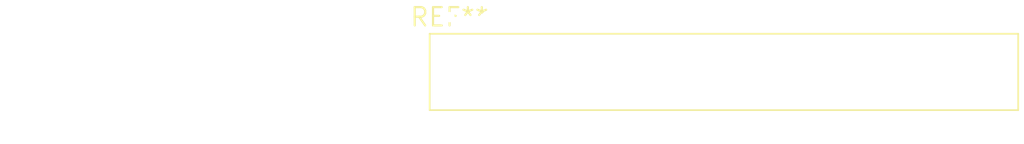
<source format=kicad_pcb>
(kicad_pcb (version 20240108) (generator pcbnew)
  (layers (0 "F.Cu" signal) (31 "B.Cu" signal) (34 "B.Paste" user) (35 "F.Paste" user) (36 "B.SilkS" user "B.Silkscreen") (37 "F.SilkS" user "F.Silkscreen") (38 "B.Mask" user) (39 "F.Mask" user) (44 "Edge.Cuts" user))
  (net 0 "")
  (footprint "Samtec_HLE-116-02-xx-DV-PE-LC_2x16_P2.54mm_Horizontal" (layer "F.Cu") (at 0 0)
    (property "Reference" "REF**")
    (property "Value" "Samtec_HLE-116-02-xx-DV-PE-LC_2x16_P2.54mm_Horizontal")
    (fp_line (start -1.38 1.16) (end 39.48 1.16) (layer "F.SilkS") (stroke (width 0.12)))
    (fp_line (start -1.38 6.46) (end -1.38 1.16) (layer "F.SilkS") (stroke (width 0.12)))
    (fp_line (start 39.48 1.16) (end 39.48 6.46) (layer "F.SilkS") (stroke (width 0.12)))
    (fp_line (start 39.48 6.46) (end -1.38 6.46) (layer "F.SilkS") (stroke (width 0.12)))
    (pad "" np_thru_hole circle (at 0 2.54) (size 1.4 1.4) (drill 1.4) (layers *.Cu *.Mask))
    (pad "" np_thru_hole circle (at 0 5.08) (size 1.4 1.4) (drill 1.4) (layers *.Cu *.Mask))
    (pad "" np_thru_hole circle (at 1.27 3.81) (size 1.19 1.19) (drill 1.19) (layers *.Cu *.Mask))
    (pad "" np_thru_hole circle (at 2.54 2.54) (size 1.4 1.4) (drill 1.4) (layers *.Cu *.Mask))
    (pad "" np_thru_hole circle (at 2.54 5.08) (size 1.4 1.4) (drill 1.4) (layers *.Cu *.Mask))
    (pad "" np_thru_hole circle (at 5.08 2.54) (size 1.4 1.4) (drill 1.4) (layers *.Cu *.Mask))
    (pad "" np_thru_hole circle (at 5.08 5.08) (size 1.4 1.4) (drill 1.4) (layers *.Cu *.Mask))
    (pad "" np_thru_hole circle (at 7.62 2.54) (size 1.4 1.4) (drill 1.4) (layers *.Cu *.Mask))
    (pad "" np_thru_hole circle (at 7.62 5.08) (size 1.4 1.4) (drill 1.4) (layers *.Cu *.Mask))
    (pad "" np_thru_hole circle (at 10.16 2.54) (size 1.4 1.4) (drill 1.4) (layers *.Cu *.Mask))
    (pad "" np_thru_hole circle (at 10.16 5.08) (size 1.4 1.4) (drill 1.4) (layers *.Cu *.Mask))
    (pad "" np_thru_hole circle (at 12.7 2.54) (size 1.4 1.4) (drill 1.4) (layers *.Cu *.Mask))
    (pad "" np_thru_hole circle (at 12.7 5.08) (size 1.4 1.4) (drill 1.4) (layers *.Cu *.Mask))
    (pad "" np_thru_hole circle (at 15.24 2.54) (size 1.4 1.4) (drill 1.4) (layers *.Cu *.Mask))
    (pad "" np_thru_hole circle (at 15.24 5.08) (size 1.4 1.4) (drill 1.4) (layers *.Cu *.Mask))
    (pad "" np_thru_hole circle (at 17.78 2.54) (size 1.4 1.4) (drill 1.4) (layers *.Cu *.Mask))
    (pad "" np_thru_hole circle (at 17.78 5.08) (size 1.4 1.4) (drill 1.4) (layers *.Cu *.Mask))
    (pad "" np_thru_hole circle (at 20.32 2.54) (size 1.4 1.4) (drill 1.4) (layers *.Cu *.Mask))
    (pad "" np_thru_hole circle (at 20.32 5.08) (size 1.4 1.4) (drill 1.4) (layers *.Cu *.Mask))
    (pad "" np_thru_hole circle (at 22.86 2.54) (size 1.4 1.4) (drill 1.4) (layers *.Cu *.Mask))
    (pad "" np_thru_hole circle (at 22.86 5.08) (size 1.4 1.4) (drill 1.4) (layers *.Cu *.Mask))
    (pad "" np_thru_hole circle (at 25.4 2.54) (size 1.4 1.4) (drill 1.4) (layers *.Cu *.Mask))
    (pad "" np_thru_hole circle (at 25.4 5.08) (size 1.4 1.4) (drill 1.4) (layers *.Cu *.Mask))
    (pad "" np_thru_hole circle (at 27.94 2.54) (size 1.4 1.4) (drill 1.4) (layers *.Cu *.Mask))
    (pad "" np_thru_hole circle (at 27.94 5.08) (size 1.4 1.4) (drill 1.4) (layers *.Cu *.Mask))
    (pad "" np_thru_hole circle (at 30.48 2.54) (size 1.4 1.4) (drill 1.4) (layers *.Cu *.Mask))
    (pad "" np_thru_hole circle (at 30.48 5.08) (size 1.4 1.4) (drill 1.4) (layers *.Cu *.Mask))
    (pad "" np_thru_hole circle (at 33.02 2.54) (size 1.4 1.4) (drill 1.4) (layers *.Cu *.Mask))
    (pad "" np_thru_hole circle (at 33.02 5.08) (size 1.4 1.4) (drill 1.4) (layers *.Cu *.Mask))
    (pad "" np_thru_hole circle (at 35.56 2.54) (size 1.4 1.4) (drill 1.4) (layers *.Cu *.Mask))
    (pad "" np_thru_hole circle (at 35.56 5.08) (size 1.4 1.4) (drill 1.4) (layers *.Cu *.Mask))
    (pad "" np_thru_hole circle (at 36.83 3.81) (size 1.19 1.19) (drill 1.19) (layers *.Cu *.Mask))
    (pad "" np_thru_hole circle (at 38.1 2.54) (size 1.4 1.4) (drill 1.4) (layers *.Cu *.Mask))
    (pad "" np_thru_hole circle (at 38.1 5.08) (size 1.4 1.4) (drill 1.4) (layers *.Cu *.Mask))
    (pad "1" thru_hole roundrect (at 0 0) (size 1.31 1.31) (drill 0.71) (layers *.Cu *.Mask) (remove_unused_layers) (roundrect_rratio 0.19084))
    (pad "2" thru_hole circle (at 0 7.62) (size 1.31 1.31) (drill 0.71) (layers *.Cu *.Mask) (remove_unused_layers))
    (pad "3" thru_hole circle (at 2.54 0) (size 1.31 1.31) (drill 0.71) (layers *.Cu *.Mask) (remove_unused_layers))
    (pad "4" thru_hole circle (at 2.54 7.62) (size 1.31 1.31) (drill 0.71) (layers *.Cu *.Mask) (remove_unused_layers))
    (pad "5" thru_hole circle (at 5.08 0) (size 1.31 1.31) (drill 0.71) (layers *.Cu *.Mask) (remove_unused_layers))
    (pad "6" thru_hole circle (at 5.08 7.62) (size 1.31 1.31) (drill 0.71) (layers *.Cu *.Mask) (remove_unused_layers))
    (pad "7" thru_hole circle (at 7.62 0) (size 1.31 1.31) (drill 0.71) (layers *.Cu *.Mask) (remove_unused_layers))
    (pad "8" thru_hole circle (at 7.62 7.62) (size 1.31 1.31) (drill 0.71) (layers *.Cu *.Mask) (remove_unused_layers))
    (pad "9" thru_hole circle (at 10.16 0) (size 1.31 1.31) (drill 0.71) (layers *.Cu *.Mask) (remove_unused_layers))
    (pad "10" thru_hole circle (at 10.16 7.62) (size 1.31 1.31) (drill 0.71) (layers *.Cu *.Mask) (remove_unused_layers))
    (pad "11" thru_hole circle (at 12.7 0) (size 1.31 1.31) (drill 0.71) (layers *.Cu *.Mask) (remove_unused_layers))
    (pad "12" thru_hole circle (at 12.7 7.62) (size 1.31 1.31) (drill 0.71) (layers *.Cu *.Mask) (remove_unused_layers))
    (pad "13" thru_hole circle (at 15.24 0) (size 1.31 1.31) (drill 0.71) (layers *.Cu *.Mask) (remove_unused_layers))
    (pad "14" thru_hole circle (at 15.24 7.62) (size 1.31 1.31) (drill 0.71) (layers *.Cu *.Mask) (remove_unused_layers))
    (pad "15" thru_hole circle (at 17.78 0) (size 1.31 1.31) (drill 0.71) (layers *.Cu *.Mask) (remove_unused_layers))
    (pad "16" thru_hole circle (at 17.78 7.62) (size 1.31 1.31) (drill 0.71) (layers *.Cu *.Mask) (remove_unused_layers))
    (pad "17" thru_hole circle (at 20.32 0) (size 1.31 1.31) (drill 0.71) (layers *.Cu *.Mask) (remove_unused_layers))
    (pad "18" thru_hole circle (at 20.32 7.62) (size 1.31 1.31) (drill 0.71) (layers *.Cu *.Mask) (remove_unused_layers))
    (pad "19" thru_hole circle (at 22.86 0) (size 1.31 1.31) (drill 0.71) (layers *.Cu *.Mask) (remove_unused_layers))
    (pad "20" thru_hole circle (at 22.86 7.62) (size 1.31 1.31) (drill 0.71) (layers *.Cu *.Mask) (remove_unused_layers))
    (pad "21" thru_hole circle (at 25.4 0) (size 1.31 1.31) (drill 0.71) (layers *.Cu *.Mask) (remove_unused_layers))
    (pad "22" thru_hole circle (at 25.4 7.62) (size 1.31 1.31) (drill 0.71) (layers *.Cu *.Mask) (remove_unused_layers))
    (pad "23" thru_hole circle (at 27.94 0) (size 1.31 1.31) (drill 0.71) (layers *.Cu *.Mask) (remove_unused_layers))
    (pad "24" thru_hole circle (at 27.94 7.62) (size 1.31 1.31) (drill 0.71) (layers *.Cu *.Mask) (remove_unused_layers))
    (pad "25" thru_hole circle (at 30.48 0) (size 1.31 1.31) (drill 0.71) (layers *.Cu *.Mask) (remove_unused_layers))
    (pad "26" thru_hole circle (at 30.48 7.62) (size 1.31 1.31) (drill 0.71) (layers *.Cu *.Mask) (remove_unused_layers))
    (pad "27" thru_hole circle (at 33.02 0) (size 1.31 1.31) (drill 0.71) (layers *.Cu *.Mask) (remove_unused_layers))
    (pad "28" thru_hole circle (at 33.02 7.62) (size 1.31 1.31) (drill 0.71) (layers *.Cu *.Mask) (remove_unused_layers))
    (pad "29" thru_hole circle (at 35.56 0) (size 1.31 1.31) (drill 0.71) (layers *.Cu *.Mask) (remove_unused_layers))
    (pad "30" thru_hole circle (at 35.56 7.62) (size 1.31 1.31) (drill 0.71) (layers *.Cu *.Mask) (remove_unused_layers))
    (pad "31" thru_hole circle (at 38.1 0) (size 1.31 1.31) (drill 0.71) (layers *.Cu *.Mask) (remove_unused_layers))
    (pad "32" thru_hole circle (at 38.1 7.62) (size 1.31 1.31) (drill 0.71) (layers *.Cu *.Mask) (remove_unused_layers))
  )
)
</source>
